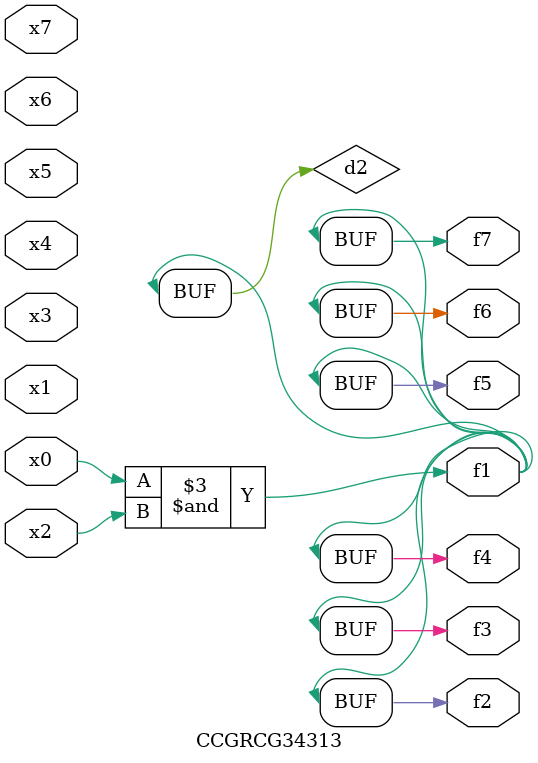
<source format=v>
module CCGRCG34313(
	input x0, x1, x2, x3, x4, x5, x6, x7,
	output f1, f2, f3, f4, f5, f6, f7
);

	wire d1, d2;

	nor (d1, x3, x6);
	and (d2, x0, x2);
	assign f1 = d2;
	assign f2 = d2;
	assign f3 = d2;
	assign f4 = d2;
	assign f5 = d2;
	assign f6 = d2;
	assign f7 = d2;
endmodule

</source>
